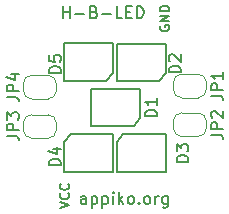
<source format=gbr>
G04 #@! TF.GenerationSoftware,KiCad,Pcbnew,(5.0.2)-1*
G04 #@! TF.CreationDate,2019-07-09T12:36:21+05:30*
G04 #@! TF.ProjectId,H-B-LED,482d422d-4c45-4442-9e6b-696361645f70,rev?*
G04 #@! TF.SameCoordinates,Original*
G04 #@! TF.FileFunction,Legend,Top*
G04 #@! TF.FilePolarity,Positive*
%FSLAX46Y46*%
G04 Gerber Fmt 4.6, Leading zero omitted, Abs format (unit mm)*
G04 Created by KiCad (PCBNEW (5.0.2)-1) date 07/09/19 12:36:21*
%MOMM*%
%LPD*%
G01*
G04 APERTURE LIST*
%ADD10C,0.150000*%
%ADD11C,0.120000*%
G04 APERTURE END LIST*
D10*
X18609047Y-16472380D02*
X18609047Y-15472380D01*
X18609047Y-15948571D02*
X19180476Y-15948571D01*
X19180476Y-16472380D02*
X19180476Y-15472380D01*
X19656666Y-16091428D02*
X20418571Y-16091428D01*
X21228095Y-15948571D02*
X21370952Y-15996190D01*
X21418571Y-16043809D01*
X21466190Y-16139047D01*
X21466190Y-16281904D01*
X21418571Y-16377142D01*
X21370952Y-16424761D01*
X21275714Y-16472380D01*
X20894761Y-16472380D01*
X20894761Y-15472380D01*
X21228095Y-15472380D01*
X21323333Y-15520000D01*
X21370952Y-15567619D01*
X21418571Y-15662857D01*
X21418571Y-15758095D01*
X21370952Y-15853333D01*
X21323333Y-15900952D01*
X21228095Y-15948571D01*
X20894761Y-15948571D01*
X21894761Y-16091428D02*
X22656666Y-16091428D01*
X23609047Y-16472380D02*
X23132857Y-16472380D01*
X23132857Y-15472380D01*
X23942380Y-15948571D02*
X24275714Y-15948571D01*
X24418571Y-16472380D02*
X23942380Y-16472380D01*
X23942380Y-15472380D01*
X24418571Y-15472380D01*
X24847142Y-16472380D02*
X24847142Y-15472380D01*
X25085238Y-15472380D01*
X25228095Y-15520000D01*
X25323333Y-15615238D01*
X25370952Y-15710476D01*
X25418571Y-15900952D01*
X25418571Y-16043809D01*
X25370952Y-16234285D01*
X25323333Y-16329523D01*
X25228095Y-16424761D01*
X25085238Y-16472380D01*
X24847142Y-16472380D01*
X26830000Y-17089523D02*
X26791904Y-17165714D01*
X26791904Y-17280000D01*
X26830000Y-17394285D01*
X26906190Y-17470476D01*
X26982380Y-17508571D01*
X27134761Y-17546666D01*
X27249047Y-17546666D01*
X27401428Y-17508571D01*
X27477619Y-17470476D01*
X27553809Y-17394285D01*
X27591904Y-17280000D01*
X27591904Y-17203809D01*
X27553809Y-17089523D01*
X27515714Y-17051428D01*
X27249047Y-17051428D01*
X27249047Y-17203809D01*
X27591904Y-16708571D02*
X26791904Y-16708571D01*
X27591904Y-16251428D01*
X26791904Y-16251428D01*
X27591904Y-15870476D02*
X26791904Y-15870476D01*
X26791904Y-15680000D01*
X26830000Y-15565714D01*
X26906190Y-15489523D01*
X26982380Y-15451428D01*
X27134761Y-15413333D01*
X27249047Y-15413333D01*
X27401428Y-15451428D01*
X27477619Y-15489523D01*
X27553809Y-15565714D01*
X27591904Y-15680000D01*
X27591904Y-15870476D01*
X18341904Y-32536666D02*
X19141904Y-32270000D01*
X18341904Y-32003333D01*
X19065714Y-31279523D02*
X19103809Y-31317619D01*
X19141904Y-31431904D01*
X19141904Y-31508095D01*
X19103809Y-31622380D01*
X19027619Y-31698571D01*
X18951428Y-31736666D01*
X18799047Y-31774761D01*
X18684761Y-31774761D01*
X18532380Y-31736666D01*
X18456190Y-31698571D01*
X18380000Y-31622380D01*
X18341904Y-31508095D01*
X18341904Y-31431904D01*
X18380000Y-31317619D01*
X18418095Y-31279523D01*
X19065714Y-30479523D02*
X19103809Y-30517619D01*
X19141904Y-30631904D01*
X19141904Y-30708095D01*
X19103809Y-30822380D01*
X19027619Y-30898571D01*
X18951428Y-30936666D01*
X18799047Y-30974761D01*
X18684761Y-30974761D01*
X18532380Y-30936666D01*
X18456190Y-30898571D01*
X18380000Y-30822380D01*
X18341904Y-30708095D01*
X18341904Y-30631904D01*
X18380000Y-30517619D01*
X18418095Y-30479523D01*
X20561904Y-32182380D02*
X20561904Y-31658571D01*
X20514285Y-31563333D01*
X20419047Y-31515714D01*
X20228571Y-31515714D01*
X20133333Y-31563333D01*
X20561904Y-32134761D02*
X20466666Y-32182380D01*
X20228571Y-32182380D01*
X20133333Y-32134761D01*
X20085714Y-32039523D01*
X20085714Y-31944285D01*
X20133333Y-31849047D01*
X20228571Y-31801428D01*
X20466666Y-31801428D01*
X20561904Y-31753809D01*
X21038095Y-31515714D02*
X21038095Y-32515714D01*
X21038095Y-31563333D02*
X21133333Y-31515714D01*
X21323809Y-31515714D01*
X21419047Y-31563333D01*
X21466666Y-31610952D01*
X21514285Y-31706190D01*
X21514285Y-31991904D01*
X21466666Y-32087142D01*
X21419047Y-32134761D01*
X21323809Y-32182380D01*
X21133333Y-32182380D01*
X21038095Y-32134761D01*
X21942857Y-31515714D02*
X21942857Y-32515714D01*
X21942857Y-31563333D02*
X22038095Y-31515714D01*
X22228571Y-31515714D01*
X22323809Y-31563333D01*
X22371428Y-31610952D01*
X22419047Y-31706190D01*
X22419047Y-31991904D01*
X22371428Y-32087142D01*
X22323809Y-32134761D01*
X22228571Y-32182380D01*
X22038095Y-32182380D01*
X21942857Y-32134761D01*
X22847619Y-32182380D02*
X22847619Y-31515714D01*
X22847619Y-31182380D02*
X22799999Y-31230000D01*
X22847619Y-31277619D01*
X22895238Y-31230000D01*
X22847619Y-31182380D01*
X22847619Y-31277619D01*
X23323809Y-32182380D02*
X23323809Y-31182380D01*
X23419047Y-31801428D02*
X23704761Y-32182380D01*
X23704761Y-31515714D02*
X23323809Y-31896666D01*
X24276190Y-32182380D02*
X24180952Y-32134761D01*
X24133333Y-32087142D01*
X24085714Y-31991904D01*
X24085714Y-31706190D01*
X24133333Y-31610952D01*
X24180952Y-31563333D01*
X24276190Y-31515714D01*
X24419047Y-31515714D01*
X24514285Y-31563333D01*
X24561904Y-31610952D01*
X24609523Y-31706190D01*
X24609523Y-31991904D01*
X24561904Y-32087142D01*
X24514285Y-32134761D01*
X24419047Y-32182380D01*
X24276190Y-32182380D01*
X25038095Y-32087142D02*
X25085714Y-32134761D01*
X25038095Y-32182380D01*
X24990476Y-32134761D01*
X25038095Y-32087142D01*
X25038095Y-32182380D01*
X25657142Y-32182380D02*
X25561904Y-32134761D01*
X25514285Y-32087142D01*
X25466666Y-31991904D01*
X25466666Y-31706190D01*
X25514285Y-31610952D01*
X25561904Y-31563333D01*
X25657142Y-31515714D01*
X25799999Y-31515714D01*
X25895238Y-31563333D01*
X25942857Y-31610952D01*
X25990476Y-31706190D01*
X25990476Y-31991904D01*
X25942857Y-32087142D01*
X25895238Y-32134761D01*
X25799999Y-32182380D01*
X25657142Y-32182380D01*
X26419047Y-32182380D02*
X26419047Y-31515714D01*
X26419047Y-31706190D02*
X26466666Y-31610952D01*
X26514285Y-31563333D01*
X26609523Y-31515714D01*
X26704761Y-31515714D01*
X27466666Y-31515714D02*
X27466666Y-32325238D01*
X27419047Y-32420476D01*
X27371428Y-32468095D01*
X27276190Y-32515714D01*
X27133333Y-32515714D01*
X27038095Y-32468095D01*
X27466666Y-32134761D02*
X27371428Y-32182380D01*
X27180952Y-32182380D01*
X27085714Y-32134761D01*
X27038095Y-32087142D01*
X26990476Y-31991904D01*
X26990476Y-31706190D01*
X27038095Y-31610952D01*
X27085714Y-31563333D01*
X27180952Y-31515714D01*
X27371428Y-31515714D01*
X27466666Y-31563333D01*
D11*
G04 #@! TO.C,JP4*
X15940000Y-21300000D02*
X17340000Y-21300000D01*
X18040000Y-22000000D02*
X18040000Y-22600000D01*
X17340000Y-23300000D02*
X15940000Y-23300000D01*
X15240000Y-22600000D02*
X15240000Y-22000000D01*
X15240000Y-22000000D02*
G75*
G02X15940000Y-21300000I700000J0D01*
G01*
X15940000Y-23300000D02*
G75*
G02X15240000Y-22600000I0J700000D01*
G01*
X18040000Y-22600000D02*
G75*
G02X17340000Y-23300000I-700000J0D01*
G01*
X17340000Y-21300000D02*
G75*
G02X18040000Y-22000000I0J-700000D01*
G01*
G04 #@! TO.C,JP3*
X17340000Y-24630000D02*
G75*
G02X18040000Y-25330000I0J-700000D01*
G01*
X18040000Y-25930000D02*
G75*
G02X17340000Y-26630000I-700000J0D01*
G01*
X15940000Y-26630000D02*
G75*
G02X15240000Y-25930000I0J700000D01*
G01*
X15240000Y-25330000D02*
G75*
G02X15940000Y-24630000I700000J0D01*
G01*
X15240000Y-25930000D02*
X15240000Y-25330000D01*
X17340000Y-26630000D02*
X15940000Y-26630000D01*
X18040000Y-25330000D02*
X18040000Y-25930000D01*
X15940000Y-24630000D02*
X17340000Y-24630000D01*
G04 #@! TO.C,JP2*
X28640000Y-24480000D02*
X30040000Y-24480000D01*
X30740000Y-25180000D02*
X30740000Y-25780000D01*
X30040000Y-26480000D02*
X28640000Y-26480000D01*
X27940000Y-25780000D02*
X27940000Y-25180000D01*
X27940000Y-25180000D02*
G75*
G02X28640000Y-24480000I700000J0D01*
G01*
X28640000Y-26480000D02*
G75*
G02X27940000Y-25780000I0J700000D01*
G01*
X30740000Y-25780000D02*
G75*
G02X30040000Y-26480000I-700000J0D01*
G01*
X30040000Y-24480000D02*
G75*
G02X30740000Y-25180000I0J-700000D01*
G01*
G04 #@! TO.C,JP1*
X28640000Y-23200000D02*
G75*
G02X27940000Y-22500000I0J700000D01*
G01*
X27940000Y-21900000D02*
G75*
G02X28640000Y-21200000I700000J0D01*
G01*
X30040000Y-21200000D02*
G75*
G02X30740000Y-21900000I0J-700000D01*
G01*
X30740000Y-22500000D02*
G75*
G02X30040000Y-23200000I-700000J0D01*
G01*
X30740000Y-21900000D02*
X30740000Y-22500000D01*
X28640000Y-21200000D02*
X30040000Y-21200000D01*
X27940000Y-22500000D02*
X27940000Y-21900000D01*
X30040000Y-23200000D02*
X28640000Y-23200000D01*
D10*
G04 #@! TO.C,D5*
X22830000Y-21100000D02*
X22280000Y-21800000D01*
X22280000Y-21800000D02*
X18680000Y-21800000D01*
X18680000Y-21800000D02*
X18680000Y-18600000D01*
X18680000Y-18600000D02*
X22830000Y-18600000D01*
X22830000Y-21100000D02*
X22830000Y-18600000D01*
G04 #@! TO.C,D4*
X18700000Y-26950000D02*
X18700000Y-29450000D01*
X22850000Y-29450000D02*
X18700000Y-29450000D01*
X22850000Y-26250000D02*
X22850000Y-29450000D01*
X19250000Y-26250000D02*
X22850000Y-26250000D01*
X18700000Y-26950000D02*
X19250000Y-26250000D01*
G04 #@! TO.C,D3*
X23150000Y-26950000D02*
X23700000Y-26250000D01*
X23700000Y-26250000D02*
X27300000Y-26250000D01*
X27300000Y-26250000D02*
X27300000Y-29450000D01*
X27300000Y-29450000D02*
X23150000Y-29450000D01*
X23150000Y-26950000D02*
X23150000Y-29450000D01*
G04 #@! TO.C,D2*
X27320000Y-21110000D02*
X27320000Y-18610000D01*
X23170000Y-18610000D02*
X27320000Y-18610000D01*
X23170000Y-21810000D02*
X23170000Y-18610000D01*
X26770000Y-21810000D02*
X23170000Y-21810000D01*
X27320000Y-21110000D02*
X26770000Y-21810000D01*
G04 #@! TO.C,D1*
X25150000Y-24930000D02*
X24600000Y-25630000D01*
X24600000Y-25630000D02*
X21000000Y-25630000D01*
X21000000Y-25630000D02*
X21000000Y-22430000D01*
X21000000Y-22430000D02*
X25150000Y-22430000D01*
X25150000Y-24930000D02*
X25150000Y-22430000D01*
G04 #@! TO.C,JP4*
X13852380Y-23133333D02*
X14566666Y-23133333D01*
X14709523Y-23180952D01*
X14804761Y-23276190D01*
X14852380Y-23419047D01*
X14852380Y-23514285D01*
X14852380Y-22657142D02*
X13852380Y-22657142D01*
X13852380Y-22276190D01*
X13900000Y-22180952D01*
X13947619Y-22133333D01*
X14042857Y-22085714D01*
X14185714Y-22085714D01*
X14280952Y-22133333D01*
X14328571Y-22180952D01*
X14376190Y-22276190D01*
X14376190Y-22657142D01*
X14185714Y-21228571D02*
X14852380Y-21228571D01*
X13804761Y-21466666D02*
X14519047Y-21704761D01*
X14519047Y-21085714D01*
G04 #@! TO.C,JP3*
X13852380Y-26433333D02*
X14566666Y-26433333D01*
X14709523Y-26480952D01*
X14804761Y-26576190D01*
X14852380Y-26719047D01*
X14852380Y-26814285D01*
X14852380Y-25957142D02*
X13852380Y-25957142D01*
X13852380Y-25576190D01*
X13900000Y-25480952D01*
X13947619Y-25433333D01*
X14042857Y-25385714D01*
X14185714Y-25385714D01*
X14280952Y-25433333D01*
X14328571Y-25480952D01*
X14376190Y-25576190D01*
X14376190Y-25957142D01*
X13852380Y-25052380D02*
X13852380Y-24433333D01*
X14233333Y-24766666D01*
X14233333Y-24623809D01*
X14280952Y-24528571D01*
X14328571Y-24480952D01*
X14423809Y-24433333D01*
X14661904Y-24433333D01*
X14757142Y-24480952D01*
X14804761Y-24528571D01*
X14852380Y-24623809D01*
X14852380Y-24909523D01*
X14804761Y-25004761D01*
X14757142Y-25052380D01*
G04 #@! TO.C,JP2*
X31152380Y-26333333D02*
X31866666Y-26333333D01*
X32009523Y-26380952D01*
X32104761Y-26476190D01*
X32152380Y-26619047D01*
X32152380Y-26714285D01*
X32152380Y-25857142D02*
X31152380Y-25857142D01*
X31152380Y-25476190D01*
X31200000Y-25380952D01*
X31247619Y-25333333D01*
X31342857Y-25285714D01*
X31485714Y-25285714D01*
X31580952Y-25333333D01*
X31628571Y-25380952D01*
X31676190Y-25476190D01*
X31676190Y-25857142D01*
X31247619Y-24904761D02*
X31200000Y-24857142D01*
X31152380Y-24761904D01*
X31152380Y-24523809D01*
X31200000Y-24428571D01*
X31247619Y-24380952D01*
X31342857Y-24333333D01*
X31438095Y-24333333D01*
X31580952Y-24380952D01*
X32152380Y-24952380D01*
X32152380Y-24333333D01*
G04 #@! TO.C,JP1*
X31152380Y-23033333D02*
X31866666Y-23033333D01*
X32009523Y-23080952D01*
X32104761Y-23176190D01*
X32152380Y-23319047D01*
X32152380Y-23414285D01*
X32152380Y-22557142D02*
X31152380Y-22557142D01*
X31152380Y-22176190D01*
X31200000Y-22080952D01*
X31247619Y-22033333D01*
X31342857Y-21985714D01*
X31485714Y-21985714D01*
X31580952Y-22033333D01*
X31628571Y-22080952D01*
X31676190Y-22176190D01*
X31676190Y-22557142D01*
X32152380Y-21033333D02*
X32152380Y-21604761D01*
X32152380Y-21319047D02*
X31152380Y-21319047D01*
X31295238Y-21414285D01*
X31390476Y-21509523D01*
X31438095Y-21604761D01*
G04 #@! TO.C,D5*
X18422380Y-21098095D02*
X17422380Y-21098095D01*
X17422380Y-20860000D01*
X17470000Y-20717142D01*
X17565238Y-20621904D01*
X17660476Y-20574285D01*
X17850952Y-20526666D01*
X17993809Y-20526666D01*
X18184285Y-20574285D01*
X18279523Y-20621904D01*
X18374761Y-20717142D01*
X18422380Y-20860000D01*
X18422380Y-21098095D01*
X17422380Y-19621904D02*
X17422380Y-20098095D01*
X17898571Y-20145714D01*
X17850952Y-20098095D01*
X17803333Y-20002857D01*
X17803333Y-19764761D01*
X17850952Y-19669523D01*
X17898571Y-19621904D01*
X17993809Y-19574285D01*
X18231904Y-19574285D01*
X18327142Y-19621904D01*
X18374761Y-19669523D01*
X18422380Y-19764761D01*
X18422380Y-20002857D01*
X18374761Y-20098095D01*
X18327142Y-20145714D01*
G04 #@! TO.C,D4*
X18402380Y-28928095D02*
X17402380Y-28928095D01*
X17402380Y-28690000D01*
X17450000Y-28547142D01*
X17545238Y-28451904D01*
X17640476Y-28404285D01*
X17830952Y-28356666D01*
X17973809Y-28356666D01*
X18164285Y-28404285D01*
X18259523Y-28451904D01*
X18354761Y-28547142D01*
X18402380Y-28690000D01*
X18402380Y-28928095D01*
X17735714Y-27499523D02*
X18402380Y-27499523D01*
X17354761Y-27737619D02*
X18069047Y-27975714D01*
X18069047Y-27356666D01*
G04 #@! TO.C,D3*
X29212380Y-28648095D02*
X28212380Y-28648095D01*
X28212380Y-28410000D01*
X28260000Y-28267142D01*
X28355238Y-28171904D01*
X28450476Y-28124285D01*
X28640952Y-28076666D01*
X28783809Y-28076666D01*
X28974285Y-28124285D01*
X29069523Y-28171904D01*
X29164761Y-28267142D01*
X29212380Y-28410000D01*
X29212380Y-28648095D01*
X28212380Y-27743333D02*
X28212380Y-27124285D01*
X28593333Y-27457619D01*
X28593333Y-27314761D01*
X28640952Y-27219523D01*
X28688571Y-27171904D01*
X28783809Y-27124285D01*
X29021904Y-27124285D01*
X29117142Y-27171904D01*
X29164761Y-27219523D01*
X29212380Y-27314761D01*
X29212380Y-27600476D01*
X29164761Y-27695714D01*
X29117142Y-27743333D01*
G04 #@! TO.C,D2*
X28562380Y-21048095D02*
X27562380Y-21048095D01*
X27562380Y-20810000D01*
X27610000Y-20667142D01*
X27705238Y-20571904D01*
X27800476Y-20524285D01*
X27990952Y-20476666D01*
X28133809Y-20476666D01*
X28324285Y-20524285D01*
X28419523Y-20571904D01*
X28514761Y-20667142D01*
X28562380Y-20810000D01*
X28562380Y-21048095D01*
X27657619Y-20095714D02*
X27610000Y-20048095D01*
X27562380Y-19952857D01*
X27562380Y-19714761D01*
X27610000Y-19619523D01*
X27657619Y-19571904D01*
X27752857Y-19524285D01*
X27848095Y-19524285D01*
X27990952Y-19571904D01*
X28562380Y-20143333D01*
X28562380Y-19524285D01*
G04 #@! TO.C,D1*
X26542380Y-24768095D02*
X25542380Y-24768095D01*
X25542380Y-24530000D01*
X25590000Y-24387142D01*
X25685238Y-24291904D01*
X25780476Y-24244285D01*
X25970952Y-24196666D01*
X26113809Y-24196666D01*
X26304285Y-24244285D01*
X26399523Y-24291904D01*
X26494761Y-24387142D01*
X26542380Y-24530000D01*
X26542380Y-24768095D01*
X26542380Y-23244285D02*
X26542380Y-23815714D01*
X26542380Y-23530000D02*
X25542380Y-23530000D01*
X25685238Y-23625238D01*
X25780476Y-23720476D01*
X25828095Y-23815714D01*
G04 #@! TD*
M02*

</source>
